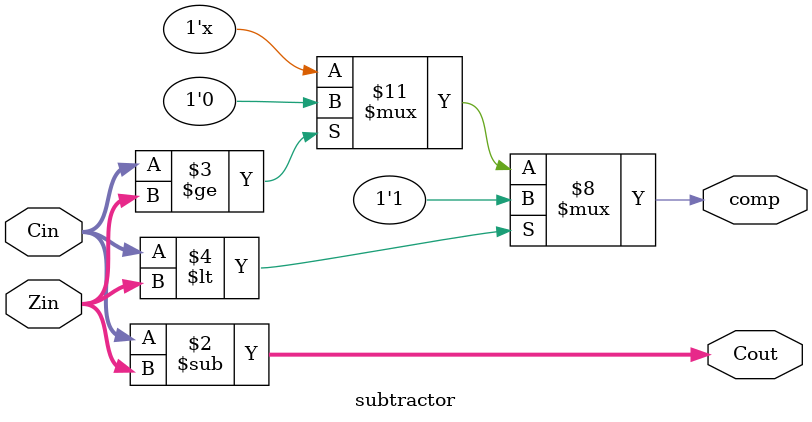
<source format=v>
module subtractor(Zin, Cin, Cout, comp);
    // Inputs 
    input [4:0] Zin;
    input [4:0] Cin; 
    // Output
    output reg comp = 1'b0;
    output reg [4:0] Cout = 4'b0;
    // Logic circuits 
    always@(*) begin
        Cout = Cin - Zin;
        if(Cin >= Zin) begin 
            comp = 0;
        end
        if(Cin < Zin) begin
            comp = 1;
        end 
    end
endmodule 
</source>
